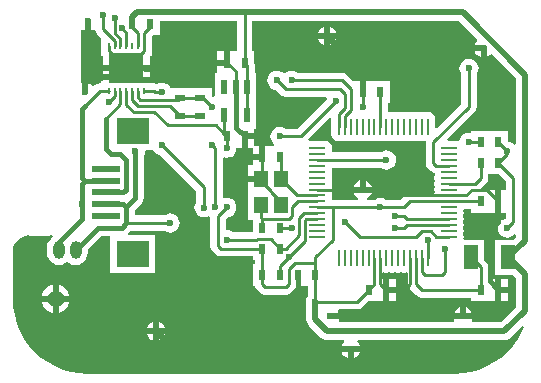
<source format=gbr>
%TF.GenerationSoftware,Altium Limited,Altium Designer,18.1.9 (240)*%
G04 Layer_Physical_Order=2*
G04 Layer_Color=16711680*
%FSLAX26Y26*%
%MOIN*%
%TF.FileFunction,Copper,L2,Bot,Signal*%
%TF.Part,Single*%
G01*
G75*
%TA.AperFunction,SMDPad,CuDef*%
%ADD11R,0.023622X0.035433*%
%ADD23R,0.035433X0.023622*%
%TA.AperFunction,Conductor*%
%ADD26C,0.020000*%
%ADD27C,0.015000*%
%ADD28C,0.010000*%
%TA.AperFunction,ViaPad*%
%ADD31C,0.055118*%
%ADD32C,0.023622*%
%TA.AperFunction,SMDPad,CuDef*%
%ADD33R,0.094488X0.023622*%
%ADD34R,0.110236X0.086614*%
%ADD35R,0.023622X0.050000*%
%ADD36R,0.023622X0.050000*%
%ADD37R,0.047244X0.078740*%
%ADD38O,0.039370X0.059055*%
%ADD39R,0.047244X0.055118*%
%ADD40O,0.057087X0.009842*%
%ADD41O,0.009842X0.057087*%
%ADD42R,0.009842X0.023622*%
%ADD43R,0.118110X0.102362*%
G36*
X285591Y1170498D02*
X291633Y1173001D01*
X294313Y1175057D01*
X295353Y1175025D01*
X299712Y1172897D01*
X301254Y1165148D01*
X306779Y1156878D01*
X319567Y1144090D01*
Y1086299D01*
X324488D01*
Y1053307D01*
X356299D01*
Y1033307D01*
X324488D01*
Y1000315D01*
X319567D01*
Y993994D01*
X314961D01*
X305206Y992053D01*
X296937Y986528D01*
X295123Y984715D01*
X290134Y985042D01*
X288436Y987255D01*
X281791Y992354D01*
X275748Y994857D01*
Y965342D01*
X274973Y964567D01*
X255748D01*
Y995157D01*
X251868Y997749D01*
Y1172591D01*
X256868Y1175057D01*
X259548Y1173001D01*
X265591Y1170498D01*
Y1200787D01*
X285591D01*
Y1170498D01*
D02*
G37*
G36*
X771754Y1100709D02*
X748189D01*
Y1062992D01*
X738189D01*
Y1052992D01*
X706378D01*
Y1027290D01*
X698529D01*
Y950960D01*
X693552Y946849D01*
X693529Y946849D01*
X687323Y953056D01*
Y976693D01*
X551063D01*
X549440Y980610D01*
X544341Y987255D01*
X537696Y992354D01*
X529958Y995559D01*
X521654Y996652D01*
X513349Y995559D01*
X505611Y992354D01*
X504719Y991669D01*
X504144Y992053D01*
X494389Y993994D01*
X487520D01*
Y1000315D01*
X482598D01*
Y1033307D01*
X450787D01*
Y1053307D01*
X482598D01*
Y1086299D01*
X487520D01*
Y1149921D01*
X491150Y1153228D01*
X514023D01*
Y1200056D01*
X771754D01*
Y1100709D01*
D02*
G37*
G36*
X1572093Y1139359D02*
X1571800Y1134892D01*
X1566701Y1128247D01*
X1564198Y1122205D01*
X1589244D01*
X1594488Y1116961D01*
Y1112205D01*
X1599244D01*
X1604488Y1106961D01*
Y1081915D01*
X1610531Y1084418D01*
X1617176Y1089517D01*
X1621642Y1089810D01*
X1702025Y1009427D01*
Y790657D01*
X1697025Y788960D01*
X1695916Y790404D01*
X1689271Y795503D01*
X1681533Y798709D01*
X1677792Y799201D01*
X1675512Y801481D01*
Y834961D01*
X1552835D01*
Y832126D01*
X1549075Y828829D01*
X1545276Y829330D01*
X1536971Y828236D01*
X1529233Y825031D01*
X1522588Y819932D01*
X1517489Y813287D01*
X1514283Y805548D01*
X1514280Y805519D01*
X1508749Y801816D01*
X1502953Y802968D01*
X1475471D01*
X1473557Y807588D01*
X1563300Y897330D01*
X1568825Y905600D01*
X1570765Y915354D01*
Y1024271D01*
X1573062Y1027264D01*
X1576268Y1035003D01*
X1577361Y1043307D01*
X1576268Y1051611D01*
X1573062Y1059350D01*
X1567964Y1065995D01*
X1561318Y1071094D01*
X1553580Y1074299D01*
X1545276Y1075393D01*
X1536971Y1074299D01*
X1529233Y1071094D01*
X1522588Y1065995D01*
X1517489Y1059350D01*
X1514283Y1051611D01*
X1513190Y1043307D01*
X1514283Y1035003D01*
X1517489Y1027264D01*
X1519786Y1024271D01*
Y925913D01*
X1437509Y843636D01*
X1432890Y845549D01*
Y873032D01*
X1430956Y882755D01*
X1425447Y890999D01*
X1417204Y896507D01*
X1407480Y898441D01*
X1397756Y896507D01*
X1397638Y896428D01*
X1397519Y896507D01*
X1387795Y898441D01*
X1378072Y896507D01*
X1377953Y896428D01*
X1377834Y896507D01*
X1368110Y898441D01*
X1358386Y896507D01*
X1358268Y896428D01*
X1358149Y896507D01*
X1348425Y898441D01*
X1338701Y896507D01*
X1338583Y896428D01*
X1338464Y896507D01*
X1328740Y898441D01*
X1319016Y896507D01*
X1318898Y896428D01*
X1318779Y896507D01*
X1309055Y898441D01*
X1299331Y896507D01*
X1299213Y896428D01*
X1299094Y896507D01*
X1289370Y898441D01*
X1280214Y896620D01*
X1275490Y899285D01*
Y926851D01*
X1281811D01*
Y1002284D01*
X1200945D01*
Y964567D01*
X1180945D01*
Y1002284D01*
X1159749D01*
X1140071Y1021961D01*
X1131802Y1027486D01*
X1122047Y1029427D01*
X973761D01*
X970767Y1031724D01*
X963029Y1034929D01*
X954724Y1036023D01*
X946420Y1034929D01*
X938682Y1031724D01*
X932037Y1026625D01*
X928200D01*
X921554Y1031724D01*
X913816Y1034929D01*
X905512Y1036023D01*
X897207Y1034929D01*
X889469Y1031724D01*
X882824Y1026625D01*
X877725Y1019980D01*
X874520Y1012241D01*
X873426Y1003937D01*
X874520Y995633D01*
X877725Y987894D01*
X882824Y981249D01*
X889469Y976150D01*
X897207Y972945D01*
X900948Y972452D01*
X917015Y956385D01*
X925285Y950860D01*
X935039Y948920D01*
X1069180D01*
X1071958Y944762D01*
X1071370Y943344D01*
X1070878Y939603D01*
X973694Y842419D01*
X934391D01*
X931397Y844716D01*
X923659Y847921D01*
X915354Y849015D01*
X907050Y847921D01*
X899312Y844716D01*
X892666Y839617D01*
X887567Y832972D01*
X884362Y825233D01*
X883269Y816929D01*
X884362Y808625D01*
X887567Y800886D01*
X892666Y794241D01*
X897218Y790748D01*
X895521Y785748D01*
X866299D01*
Y748032D01*
X856299D01*
Y738032D01*
X824488D01*
Y720788D01*
X808740D01*
Y683229D01*
X852362D01*
Y663229D01*
X808740D01*
Y625670D01*
Y539055D01*
X824488D01*
Y497931D01*
X757225D01*
X754232Y500228D01*
X746493Y503433D01*
X738189Y504526D01*
X737910Y504490D01*
X734151Y507786D01*
Y540623D01*
X742752Y549224D01*
X746493Y549716D01*
X754232Y552922D01*
X760877Y558021D01*
X765976Y564666D01*
X769181Y572404D01*
X770274Y580709D01*
X769181Y589013D01*
X765976Y596751D01*
X760877Y603397D01*
X754232Y608496D01*
X746493Y611701D01*
X738189Y612794D01*
X729885Y611701D01*
X728465Y611113D01*
X724307Y613891D01*
Y744377D01*
X728465Y747155D01*
X729885Y746567D01*
X738189Y745474D01*
X746493Y746567D01*
X754232Y749772D01*
X760877Y754871D01*
X765976Y761516D01*
X769181Y769255D01*
X770274Y777559D01*
X771725Y779213D01*
X787244D01*
Y816929D01*
X797244D01*
Y826929D01*
X829055D01*
Y842802D01*
X836955D01*
Y932294D01*
X836955Y932802D01*
X836955D01*
X836929Y937284D01*
X836929D01*
Y1027284D01*
X830608D01*
Y1055118D01*
X829055Y1062925D01*
Y1100709D01*
X822734D01*
Y1200056D01*
X1511396D01*
X1572093Y1139359D01*
D02*
G37*
G36*
X1086715Y876811D02*
Y849409D01*
X1086795Y849005D01*
Y825787D01*
X1088729Y816064D01*
X1094237Y807820D01*
X1102481Y802312D01*
X1112205Y800378D01*
X1121928Y802312D01*
X1122047Y802391D01*
X1122166Y802312D01*
X1131890Y800378D01*
X1141614Y802312D01*
X1141732Y802391D01*
X1141851Y802312D01*
X1151575Y800378D01*
X1161299Y802312D01*
X1161417Y802391D01*
X1161536Y802312D01*
X1171260Y800378D01*
X1180984Y802312D01*
X1181102Y802391D01*
X1181221Y802312D01*
X1190945Y800378D01*
X1200669Y802312D01*
X1200787Y802391D01*
X1200906Y802312D01*
X1210630Y800378D01*
X1220354Y802312D01*
X1220473Y802391D01*
X1220591Y802312D01*
X1230315Y800378D01*
X1240039Y802312D01*
X1240158Y802391D01*
X1240276Y802312D01*
X1250000Y800378D01*
X1259724Y802312D01*
X1259842Y802391D01*
X1259961Y802312D01*
X1269685Y800378D01*
X1279409Y802312D01*
X1279527Y802391D01*
X1279646Y802312D01*
X1289370Y800378D01*
X1299094Y802312D01*
X1299213Y802391D01*
X1299331Y802312D01*
X1309055Y800378D01*
X1318779Y802312D01*
X1318898Y802391D01*
X1319016Y802312D01*
X1328740Y800378D01*
X1338464Y802312D01*
X1338583Y802391D01*
X1338701Y802312D01*
X1348425Y800378D01*
X1358149Y802312D01*
X1358268Y802391D01*
X1358386Y802312D01*
X1368110Y800378D01*
X1377834Y802312D01*
X1377953Y802391D01*
X1378072Y802312D01*
X1387795Y800378D01*
X1397519Y802312D01*
X1397612Y802374D01*
X1397688Y802358D01*
X1397756Y802312D01*
X1400095Y801847D01*
X1402490Y801339D01*
X1401676Y797244D01*
Y728346D01*
X1403616Y718592D01*
X1409141Y710322D01*
X1418984Y700480D01*
X1427253Y694955D01*
X1431225Y694164D01*
X1432233Y689095D01*
X1432313Y688976D01*
X1432233Y688858D01*
X1430299Y679134D01*
X1432233Y669410D01*
X1432313Y669291D01*
X1432233Y669173D01*
X1430299Y659449D01*
X1432233Y649725D01*
X1432313Y649606D01*
X1432233Y649488D01*
X1430299Y639764D01*
X1432120Y630607D01*
X1429455Y625884D01*
X1348425D01*
X1338671Y623943D01*
X1330401Y618418D01*
X1318182Y606198D01*
X1269036D01*
X1266043Y608496D01*
X1258304Y611701D01*
X1250000Y612794D01*
X1241696Y611701D01*
X1233957Y608496D01*
X1230964Y606198D01*
X1206103D01*
X1205109Y611198D01*
X1206988Y611977D01*
X1213633Y617076D01*
X1218732Y623721D01*
X1221235Y629764D01*
X1160655D01*
X1163158Y623721D01*
X1168257Y617076D01*
X1174902Y611977D01*
X1176781Y611198D01*
X1175787Y606198D01*
X1090230D01*
X1087564Y610922D01*
X1089386Y620079D01*
X1087452Y629803D01*
X1087372Y629921D01*
X1087452Y630040D01*
X1089386Y639764D01*
X1087452Y649488D01*
X1087372Y649606D01*
X1087452Y649725D01*
X1089386Y659449D01*
X1087452Y669173D01*
X1087372Y669291D01*
X1087452Y669410D01*
X1089386Y679134D01*
X1087452Y688858D01*
X1087372Y688976D01*
X1087452Y689095D01*
X1089386Y698819D01*
X1087564Y707975D01*
X1090230Y712699D01*
X1250649D01*
X1253642Y710402D01*
X1261381Y707197D01*
X1269685Y706104D01*
X1277989Y707197D01*
X1285728Y710402D01*
X1292373Y715501D01*
X1297472Y722146D01*
X1300677Y729885D01*
X1301771Y738189D01*
X1300677Y746493D01*
X1297472Y754232D01*
X1292373Y760877D01*
X1285728Y765976D01*
X1277989Y769181D01*
X1269685Y770274D01*
X1261381Y769181D01*
X1253642Y765976D01*
X1250649Y763679D01*
X1090230D01*
X1087564Y768403D01*
X1089386Y777559D01*
X1087452Y787283D01*
X1081944Y795526D01*
X1073700Y801034D01*
X1063976Y802968D01*
X1016732D01*
X1012586Y802144D01*
X1010122Y806752D01*
X1082095Y878725D01*
X1086715Y876811D01*
D02*
G37*
G36*
X1667424Y668576D02*
Y638110D01*
X1653701D01*
Y600394D01*
Y562677D01*
X1667424D01*
Y543132D01*
X1664924Y542803D01*
X1657186Y539598D01*
X1650540Y534499D01*
X1645441Y527854D01*
X1642236Y520115D01*
X1641143Y511811D01*
X1642236Y503507D01*
X1645441Y495768D01*
X1650540Y489123D01*
X1657186Y484024D01*
X1664924Y480819D01*
X1673228Y479726D01*
X1681533Y480819D01*
X1689271Y484024D01*
X1695916Y489123D01*
X1697025Y490567D01*
X1702025Y488870D01*
Y481038D01*
X1693743Y472756D01*
X1633543D01*
Y354016D01*
X1693743D01*
X1702025Y345734D01*
Y248754D01*
X1650852Y197582D01*
X1556999D01*
X1554243Y202582D01*
X1555880Y206535D01*
X1495301D01*
X1496938Y202582D01*
X1494182Y197582D01*
X1114086D01*
X1111329Y202582D01*
X1112967Y206535D01*
X1082677D01*
Y226535D01*
X1112967D01*
X1110464Y232578D01*
X1108408Y235258D01*
X1110873Y240258D01*
X1171260D01*
X1181014Y242198D01*
X1189284Y247724D01*
X1208961Y267402D01*
X1259685D01*
Y305118D01*
Y342835D01*
X1255805D01*
Y360557D01*
X1260529Y363223D01*
X1269685Y361402D01*
X1279409Y363336D01*
X1279527Y363415D01*
X1279646Y363336D01*
X1289370Y361402D01*
X1299094Y363336D01*
X1299213Y363415D01*
X1299331Y363336D01*
X1309055Y361402D01*
X1318779Y363336D01*
X1318898Y363415D01*
X1319016Y363336D01*
X1328740Y361402D01*
X1337897Y363223D01*
X1342620Y360557D01*
Y324803D01*
X1344561Y315049D01*
X1350086Y306779D01*
X1369771Y287094D01*
X1378041Y281569D01*
X1387795Y279628D01*
X1552835D01*
Y267402D01*
X1633701D01*
Y305118D01*
Y342835D01*
X1610135D01*
Y379921D01*
X1608195Y389676D01*
X1602670Y397945D01*
X1594803Y405812D01*
Y472756D01*
X1530408D01*
X1527236Y476621D01*
X1528362Y482284D01*
X1526428Y492007D01*
X1526349Y492126D01*
X1526428Y492245D01*
X1528362Y501969D01*
X1526428Y511692D01*
X1526349Y511811D01*
X1526428Y511930D01*
X1528362Y521654D01*
X1526428Y531377D01*
X1526349Y531496D01*
X1526428Y531615D01*
X1528362Y541339D01*
X1526428Y551062D01*
X1526349Y551181D01*
X1526428Y551300D01*
X1528362Y561024D01*
X1526541Y570180D01*
X1529207Y574904D01*
X1552835D01*
Y562677D01*
X1633701D01*
Y600394D01*
Y638110D01*
X1586741D01*
X1584670Y643110D01*
X1602670Y661110D01*
X1608195Y669379D01*
X1610135Y679134D01*
Y690630D01*
X1645369D01*
X1667424Y668576D01*
D02*
G37*
G36*
X498966Y764714D02*
X505611Y759615D01*
X513349Y756409D01*
X517090Y755917D01*
X636818Y636189D01*
Y598206D01*
X634521Y595212D01*
X631316Y587474D01*
X630223Y579169D01*
X631316Y570865D01*
X634521Y563127D01*
X639620Y556481D01*
X646265Y551382D01*
X654004Y548177D01*
X662308Y547084D01*
X670612Y548177D01*
X678351Y551382D01*
X683172Y548779D01*
Y452756D01*
X685112Y443001D01*
X690637Y434732D01*
X700480Y424889D01*
X708749Y419364D01*
X718504Y417424D01*
X824488D01*
Y405197D01*
X830809D01*
Y392047D01*
X824488D01*
Y316614D01*
X832438D01*
X832750Y315049D01*
X838275Y306779D01*
X848118Y296937D01*
X856387Y291411D01*
X866142Y289471D01*
X935039D01*
X944794Y291411D01*
X953063Y296937D01*
X962906Y306779D01*
X968431Y315049D01*
X968743Y316614D01*
X968745D01*
X970374Y324803D01*
Y354331D01*
X984410D01*
Y316614D01*
X1007975D01*
Y284784D01*
X1005678Y281791D01*
X1002472Y274052D01*
X1001379Y265748D01*
X1002472Y257444D01*
X1003206Y255673D01*
Y206693D01*
X1004237Y198861D01*
X1007260Y191563D01*
X1012068Y185297D01*
X1051438Y145927D01*
X1057705Y141118D01*
X1065003Y138095D01*
X1072835Y137064D01*
X1128634D01*
X1130331Y132064D01*
X1128887Y130956D01*
X1123788Y124310D01*
X1121285Y118268D01*
X1181865D01*
X1179362Y124310D01*
X1174263Y130956D01*
X1172818Y132064D01*
X1174516Y137064D01*
X1663386D01*
X1671217Y138095D01*
X1678515Y141118D01*
X1684782Y145927D01*
X1723801Y184945D01*
X1728039Y182113D01*
X1721742Y166909D01*
X1708155Y142325D01*
X1691900Y119416D01*
X1673182Y98471D01*
X1652238Y79754D01*
X1629329Y63499D01*
X1604744Y49912D01*
X1578793Y39162D01*
X1551801Y31386D01*
X1524108Y26681D01*
X1497568Y25190D01*
X1496063Y25490D01*
X280549Y25490D01*
X280540Y25490D01*
X275591Y25490D01*
Y25490D01*
X270634Y25384D01*
X247545Y26681D01*
X219852Y31386D01*
X192861Y39162D01*
X166909Y49912D01*
X142325Y63499D01*
X119416Y79754D01*
X98471Y98471D01*
X79754Y119416D01*
X63499Y142325D01*
X49912Y166909D01*
X39162Y192861D01*
X31386Y219852D01*
X26681Y247545D01*
X25191Y274085D01*
X25490Y275591D01*
Y433071D01*
X25220Y434430D01*
X26870Y446969D01*
X32235Y459921D01*
X40769Y471042D01*
X51890Y479576D01*
X64842Y484941D01*
X77381Y486592D01*
X78740Y486321D01*
X147638D01*
X149044Y486601D01*
X155463Y487106D01*
X158075Y482296D01*
X156555Y480315D01*
X150830Y475922D01*
X144469Y467632D01*
X140470Y457979D01*
X139106Y447619D01*
Y427934D01*
X140470Y417574D01*
X144469Y407920D01*
X150830Y399630D01*
X159120Y393269D01*
X168774Y389270D01*
X179134Y387906D01*
X189494Y389270D01*
X199148Y393269D01*
X206693Y399059D01*
X214238Y393269D01*
X223892Y389270D01*
X234252Y387906D01*
X244612Y389270D01*
X254266Y393269D01*
X262556Y399630D01*
X268917Y407920D01*
X272916Y417574D01*
X274279Y427934D01*
Y438577D01*
X319777Y484074D01*
X350079D01*
Y361890D01*
X500315D01*
Y488504D01*
X410266D01*
X408420Y493504D01*
X417280Y502364D01*
X530404D01*
X533398Y500067D01*
X541136Y496862D01*
X549440Y495768D01*
X557745Y496862D01*
X565483Y500067D01*
X572128Y505166D01*
X577227Y511811D01*
X580433Y519549D01*
X581526Y527854D01*
X580433Y536158D01*
X577227Y543897D01*
X572128Y550542D01*
X565483Y555641D01*
X557745Y558846D01*
X549440Y559939D01*
X541136Y558846D01*
X533398Y555641D01*
X530404Y553344D01*
X431281D01*
Y569220D01*
X452684Y590623D01*
X457092Y596368D01*
X459863Y603057D01*
X460808Y610236D01*
Y751609D01*
X460858Y751674D01*
X464063Y759412D01*
X465156Y767716D01*
X468333Y771339D01*
X493882D01*
X498966Y764714D01*
D02*
G37*
%LPC*%
G36*
X728189Y1100709D02*
X706378D01*
Y1072992D01*
X728189D01*
Y1100709D01*
D02*
G37*
G36*
X1082835Y1181865D02*
Y1161575D01*
X1103124D01*
X1100621Y1167618D01*
X1095523Y1174263D01*
X1088877Y1179362D01*
X1082835Y1181865D01*
D02*
G37*
G36*
X1062835D02*
X1056792Y1179362D01*
X1050147Y1174263D01*
X1045048Y1167618D01*
X1042545Y1161575D01*
X1062835D01*
Y1181865D01*
D02*
G37*
G36*
X1103124Y1141575D02*
X1082835D01*
Y1121285D01*
X1088877Y1123788D01*
X1095523Y1128887D01*
X1100621Y1135532D01*
X1103124Y1141575D01*
D02*
G37*
G36*
X1062835D02*
X1042545D01*
X1045048Y1135532D01*
X1050147Y1128887D01*
X1056792Y1123788D01*
X1062835Y1121285D01*
Y1141575D01*
D02*
G37*
G36*
X1584488Y1102205D02*
X1564198D01*
X1566701Y1096162D01*
X1571800Y1089517D01*
X1578446Y1084418D01*
X1584488Y1081915D01*
Y1102205D01*
D02*
G37*
G36*
X829055Y806929D02*
X807244D01*
Y779213D01*
X824488D01*
Y758032D01*
X846299D01*
Y785748D01*
X829055D01*
Y806929D01*
D02*
G37*
G36*
X1200945Y670054D02*
Y649764D01*
X1221235D01*
X1218732Y655807D01*
X1213633Y662452D01*
X1206988Y667551D01*
X1200945Y670054D01*
D02*
G37*
G36*
X1180945D02*
X1174902Y667551D01*
X1168257Y662452D01*
X1163158Y655807D01*
X1160655Y649764D01*
X1180945D01*
Y670054D01*
D02*
G37*
G36*
X1675512Y342835D02*
X1653701D01*
Y315118D01*
X1675512D01*
Y342835D01*
D02*
G37*
G36*
X1301496D02*
X1279685D01*
Y315118D01*
X1301496D01*
Y342835D01*
D02*
G37*
G36*
X1675512Y295118D02*
X1653701D01*
Y267402D01*
X1675512D01*
Y295118D01*
D02*
G37*
G36*
X1301496D02*
X1279685D01*
Y267402D01*
X1301496D01*
Y295118D01*
D02*
G37*
G36*
X1535591Y246825D02*
Y226535D01*
X1555880D01*
X1553378Y232578D01*
X1548278Y239223D01*
X1541633Y244322D01*
X1535591Y246825D01*
D02*
G37*
G36*
X1515591D02*
X1509548Y244322D01*
X1502903Y239223D01*
X1497804Y232578D01*
X1495301Y226535D01*
X1515591D01*
Y246825D01*
D02*
G37*
G36*
X177323Y322243D02*
Y285591D01*
X213976D01*
X213658Y288006D01*
X208865Y299575D01*
X201242Y309510D01*
X191308Y317133D01*
X179738Y321925D01*
X177323Y322243D01*
D02*
G37*
G36*
X157323D02*
X154907Y321925D01*
X143338Y317133D01*
X133403Y309510D01*
X125780Y299575D01*
X120988Y288006D01*
X120670Y285591D01*
X157323D01*
Y322243D01*
D02*
G37*
G36*
X213976Y265591D02*
X177323D01*
Y228938D01*
X179738Y229256D01*
X191308Y234048D01*
X201242Y241671D01*
X208865Y251606D01*
X213658Y263175D01*
X213976Y265591D01*
D02*
G37*
G36*
X157323D02*
X120670D01*
X120988Y263175D01*
X125780Y251606D01*
X133403Y241671D01*
X143338Y234048D01*
X154907Y229256D01*
X157323Y228938D01*
Y265591D01*
D02*
G37*
G36*
X511969Y197613D02*
Y177323D01*
X532258D01*
X529755Y183366D01*
X524656Y190011D01*
X518011Y195110D01*
X511969Y197613D01*
D02*
G37*
G36*
X491969D02*
X485926Y195110D01*
X479281Y190011D01*
X474182Y183366D01*
X471679Y177323D01*
X491969D01*
Y197613D01*
D02*
G37*
G36*
X532258Y157323D02*
X511969D01*
Y137033D01*
X518011Y139536D01*
X524656Y144635D01*
X529755Y151280D01*
X532258Y157323D01*
D02*
G37*
G36*
X491969D02*
X471679D01*
X474182Y151280D01*
X479281Y144635D01*
X485926Y139536D01*
X491969Y137033D01*
Y157323D01*
D02*
G37*
G36*
X1181865Y98268D02*
X1161575D01*
Y77978D01*
X1167618Y80481D01*
X1174263Y85580D01*
X1179362Y92225D01*
X1181865Y98268D01*
D02*
G37*
G36*
X1141575D02*
X1121285D01*
X1123788Y92225D01*
X1128887Y85580D01*
X1135532Y80481D01*
X1141575Y77978D01*
Y98268D01*
D02*
G37*
%LPD*%
D11*
X738189Y816929D02*
D03*
X797244D02*
D03*
Y1062992D02*
D03*
X738189D02*
D03*
X1269685Y305118D02*
D03*
X1210630D02*
D03*
X423156Y1190945D02*
D03*
X482212D02*
D03*
X1643701Y797244D02*
D03*
X1584646D02*
D03*
Y728346D02*
D03*
X1643701D02*
D03*
X915354Y354331D02*
D03*
X856299D02*
D03*
X915354Y442913D02*
D03*
X856299D02*
D03*
X974409Y354331D02*
D03*
X1033465D02*
D03*
X1643701Y600394D02*
D03*
X1584646D02*
D03*
X1643701Y305118D02*
D03*
X1584646D02*
D03*
X915354Y748032D02*
D03*
X856299D02*
D03*
X915354Y511811D02*
D03*
X856299D02*
D03*
X1190945Y964567D02*
D03*
X1250000D02*
D03*
D23*
X580709Y885827D02*
D03*
Y944882D02*
D03*
X649606D02*
D03*
Y885827D02*
D03*
D26*
X267286Y1013779D02*
X442913D01*
X423156Y1190945D02*
Y1216064D01*
X437407Y1230315D02*
X1523929D01*
X423156Y1216064D02*
X437407Y1230315D01*
X1523929D02*
X1732284Y1021961D01*
Y468504D02*
Y1021961D01*
X452756Y1003937D02*
X679134D01*
X265748Y964567D02*
Y1012241D01*
X442913Y1013779D02*
X452756Y1003937D01*
X265748Y1012241D02*
X267286Y1013779D01*
X501969Y167323D02*
X561024Y108268D01*
X974409D01*
X1190945Y964567D02*
Y1033465D01*
X1072835Y1151575D02*
X1190945Y1033465D01*
X974409Y108268D02*
X1151575D01*
X1677165Y413386D02*
X1732284Y468504D01*
X1033465Y206693D02*
Y265748D01*
Y206693D02*
X1072835Y167323D01*
X1663386D01*
X1732284Y236220D01*
Y358268D01*
X1677165Y413386D02*
X1732284Y358268D01*
X698819Y1062992D02*
X738189D01*
X688976Y1053150D02*
X698819Y1062992D01*
X688976Y1013779D02*
Y1053150D01*
X679134Y1003937D02*
X688976Y1013779D01*
D27*
X255905Y590551D02*
Y659449D01*
Y541339D02*
Y590551D01*
X334646Y773917D02*
Y875984D01*
Y773917D02*
X350688Y757874D01*
X383858D01*
X255905Y909449D02*
X265748Y919291D01*
X255905Y679134D02*
Y909449D01*
X387501Y511812D02*
X403543Y527854D01*
X308287Y511812D02*
X387501D01*
X234252Y437776D02*
X308287Y511812D01*
X403543Y527854D02*
Y580709D01*
X179134Y437776D02*
Y464567D01*
X1525591Y216535D02*
X1614173D01*
X1299213D02*
X1525591D01*
X1643701Y600394D02*
X1643701Y600394D01*
Y531496D02*
Y600394D01*
X1614173Y501968D02*
X1643701Y531496D01*
X1614173Y334646D02*
Y501968D01*
Y334646D02*
X1643701Y305118D01*
Y246063D02*
Y305118D01*
X1614173Y216535D02*
X1643701Y246063D01*
X1269685Y246063D02*
X1299213Y216535D01*
X974409Y108268D02*
Y354331D01*
X1269685Y246063D02*
Y305118D01*
X1240157Y216535D02*
X1269685Y246063D01*
X1082677Y216535D02*
X1240157D01*
X856299Y748032D02*
Y797245D01*
X836614Y816929D02*
X856299Y797245D01*
X797244Y816929D02*
X836614D01*
X767742Y846431D02*
X797244Y816929D01*
X767742Y846431D02*
Y982290D01*
X403543Y580709D02*
X433071Y610236D01*
Y767716D01*
X383858Y757874D02*
X403543Y738189D01*
Y639764D02*
Y738189D01*
X393701Y629921D02*
X403543Y639764D01*
X334646Y629921D02*
X393701D01*
X255905Y679134D02*
X265748Y669291D01*
X334646D01*
X255905Y659449D02*
X265748Y669291D01*
X179134Y464567D02*
X255905Y541339D01*
X334646Y590551D02*
X393701D01*
X403543Y580709D01*
D28*
Y527854D02*
X549440D01*
X662308Y579169D02*
Y646747D01*
X521654Y787402D02*
X662308Y646747D01*
X698817Y580707D02*
Y777561D01*
X688976Y787402D02*
X698817Y777561D01*
X388858Y1173653D02*
Y1177509D01*
Y1177933D01*
Y1177509D02*
X403543Y1162824D01*
Y1118110D02*
Y1162824D01*
X423228Y1181102D02*
X442913Y1161417D01*
X797244Y1062992D02*
Y1220472D01*
X364173Y1161417D02*
X383858Y1141732D01*
Y1118110D02*
Y1141732D01*
X364173Y1118110D02*
Y1135532D01*
X324803Y1174902D02*
X364173Y1135532D01*
Y1161417D02*
Y1210630D01*
X324803Y1174902D02*
Y1220472D01*
X442913Y1118110D02*
Y1161417D01*
X462598Y1118110D02*
Y1161417D01*
X482284Y1181102D01*
X344488Y1102362D02*
X403543Y1043307D01*
X344488Y1102362D02*
Y1118110D01*
X403543Y1043307D02*
X462598Y1102362D01*
Y1118110D01*
X730341Y824778D02*
X738189Y816929D01*
X701102Y854016D02*
X730341Y824778D01*
X403543Y922294D02*
Y968504D01*
Y922294D02*
X427397Y898441D01*
X423228Y936693D02*
X440630Y919291D01*
X423228Y936693D02*
Y968504D01*
X427397Y898441D02*
X496639D01*
X334646Y875984D02*
X383858Y925197D01*
X344488Y932294D02*
X364173Y951979D01*
X496639Y898441D02*
X541064Y854016D01*
X440630Y919291D02*
X547244D01*
X450160Y939603D02*
X575429D01*
X442913Y946849D02*
X450160Y939603D01*
X541064Y854016D02*
X701102D01*
X547244Y919291D02*
X580709Y885827D01*
X442913Y946849D02*
Y968504D01*
X575429Y939603D02*
X580709Y944882D01*
X498326Y964567D02*
X521654D01*
X494389Y968504D02*
X498326Y964567D01*
X462598Y968504D02*
X494389D01*
X383858Y925197D02*
Y968504D01*
X364173Y951979D02*
Y968504D01*
X314961D02*
X344488D01*
X265748Y919291D02*
X314961Y968504D01*
X1040354Y738189D02*
X1269685D01*
X738189Y816929D02*
X738189Y816929D01*
Y777559D02*
Y816929D01*
X915354Y816929D02*
X984252D01*
X1102362Y935039D01*
X1112205Y849409D02*
Y891173D01*
X1131890Y910858D01*
Y958047D01*
X1115527Y974409D02*
X1131890Y958047D01*
X935039Y974409D02*
X1115527D01*
X1122047Y1003937D02*
X1151575Y974409D01*
Y905266D02*
Y974409D01*
X1131890Y849409D02*
Y885581D01*
X1151575Y905266D01*
X1131890Y531496D02*
Y531496D01*
Y531496D02*
X1181102Y482284D01*
X1368110D01*
X1387795Y501969D01*
X1417323D01*
X1437008Y482284D01*
X1479331D01*
X1407480Y410433D02*
Y472441D01*
X1338583Y541339D02*
X1479331D01*
X1328740Y551181D02*
X1338583Y541339D01*
X1299213Y551181D02*
X1328740D01*
X1338583Y521654D02*
X1427166D01*
X1328740Y511811D02*
X1338583Y521654D01*
X1299213Y511811D02*
X1328740D01*
X1033465Y265748D02*
X1171260D01*
X1210630Y305118D01*
X979409Y487283D02*
Y546338D01*
X935039Y442913D02*
X979409Y487283D01*
X915354Y442913D02*
X935039D01*
X1348425Y600394D02*
X1479331D01*
X1328740Y580709D02*
X1348425Y600394D01*
X1250000Y580709D02*
X1328740D01*
X1545276Y797244D02*
X1545276Y797244D01*
X1584646D01*
X1545276Y915354D02*
Y1043307D01*
X1427165Y797244D02*
X1545276Y915354D01*
X1427165Y728346D02*
Y797244D01*
Y728346D02*
X1437008Y718504D01*
X1479331D01*
X1466535Y364173D02*
Y442913D01*
X1456693Y354331D02*
X1466535Y364173D01*
X1397638Y354331D02*
X1456693D01*
X1387795Y364173D02*
X1397638Y354331D01*
X1387795Y364173D02*
Y410433D01*
X1190945Y639764D02*
X1250000D01*
X1040354D02*
X1190945D01*
X1190945Y915354D02*
X1190945Y915354D01*
X1190945Y915354D02*
Y964567D01*
X718504Y442913D02*
X856299D01*
X708661Y452756D02*
X718504Y442913D01*
X708661Y452756D02*
Y551181D01*
X738189Y580709D01*
Y472441D02*
X838093D01*
X1033465Y393701D02*
Y413386D01*
Y354331D02*
Y393701D01*
X856299Y324803D02*
Y354331D01*
Y324803D02*
X866142Y314961D01*
X935039D01*
X944882Y324803D01*
Y374016D01*
X964567Y393701D01*
X1033465D01*
Y265748D02*
Y354331D01*
X915354Y383858D02*
X944882Y413386D01*
X915354Y354331D02*
Y383858D01*
X944882Y413386D02*
X998937Y467441D01*
X1269685Y305118D02*
X1269685Y305118D01*
X1328740D01*
X1348425Y324803D01*
Y410433D01*
X1479331Y620079D02*
X1479331Y620079D01*
X1269685Y620079D02*
X1479331D01*
X1250000Y639764D02*
X1269685Y620079D01*
X649606Y944882D02*
X659449D01*
X688976Y915354D01*
X979409Y546338D02*
X994095Y561024D01*
X1427165Y521654D02*
X1427166Y521654D01*
X1479331D01*
X1673228Y757874D02*
Y767716D01*
X1643701Y728346D02*
X1673228Y757874D01*
Y767716D02*
Y767717D01*
X1643701Y797244D02*
X1673228Y767717D01*
X1643701Y728346D02*
X1692913Y679134D01*
Y531496D02*
Y679134D01*
X1673228Y511811D02*
X1692913Y531496D01*
X1040354Y580709D02*
X1092520D01*
Y472441D02*
Y580709D01*
X1033465Y413386D02*
X1092520Y472441D01*
Y580709D02*
X1250000D01*
X915354Y748032D02*
X919291Y744095D01*
Y673229D02*
Y744095D01*
X805144Y887802D02*
Y982258D01*
X856299Y354331D02*
Y442913D01*
X954724Y511811D02*
X954724Y511811D01*
X915354Y511811D02*
X954724D01*
X838093Y472441D02*
X839156Y473504D01*
X884764D01*
X915354Y442913D01*
X1479331Y718504D02*
X1479331Y718504D01*
X1643701Y600394D02*
X1643701D01*
X1604331Y639764D02*
X1643701Y600394D01*
X1555118Y639764D02*
X1604331D01*
X1535433Y620079D02*
X1555118Y639764D01*
X1479331Y620079D02*
X1535433D01*
X1479331Y600394D02*
X1584646D01*
X1479331Y659449D02*
X1564961D01*
X1584646Y679134D01*
Y728346D01*
Y305118D02*
Y379921D01*
X1551181Y413386D02*
X1584646Y379921D01*
X1368110Y324803D02*
Y410433D01*
Y324803D02*
X1387795Y305118D01*
X1584646D01*
X1250000Y324803D02*
X1269685Y305118D01*
X1250000Y324803D02*
Y410433D01*
X1210630Y305118D02*
X1230315Y324803D01*
Y410433D01*
X1002702Y541339D02*
X1040354D01*
X998937Y537574D02*
X1002702Y541339D01*
X998937Y467441D02*
Y537574D01*
X955787Y552244D02*
Y581771D01*
X944882Y541339D02*
X955787Y552244D01*
X933561Y541339D02*
X944882D01*
X932497Y542402D02*
X933561Y541339D01*
X857362Y542402D02*
X932497D01*
X856299Y541339D02*
X857362Y542402D01*
X994095Y561024D02*
X1040354D01*
X856299Y511811D02*
X856299Y511812D01*
Y541339D01*
X852362Y545276D02*
Y586614D01*
Y545276D02*
X856299Y541339D01*
X955787Y581771D02*
X974409Y600394D01*
X1040354D01*
X919291Y673229D02*
X972441Y620079D01*
X1040354D01*
X919291Y586614D02*
Y596457D01*
X885827Y629921D02*
X919291Y596457D01*
X885827Y629921D02*
Y634273D01*
X852362Y667738D02*
X885827Y634273D01*
X852362Y667738D02*
Y673229D01*
X856299Y677166D01*
Y748032D01*
X738189Y1062992D02*
X767742Y1033439D01*
Y982290D02*
Y1033439D01*
X797244Y1062992D02*
X805118Y1055118D01*
Y982284D02*
Y1055118D01*
Y982284D02*
X805144Y982258D01*
X730341Y824778D02*
Y887802D01*
X1250000Y849409D02*
Y964567D01*
X488189Y1039370D02*
X501969Y1053150D01*
X462598Y1039370D02*
X488189D01*
X905512Y1003937D02*
X935039Y974409D01*
X954724Y1003937D02*
X1122047D01*
X580709Y885827D02*
X649606D01*
X580709Y944882D02*
X649606D01*
D31*
X167323Y275591D02*
D03*
D32*
X549440Y527854D02*
D03*
X255905Y590551D02*
D03*
X662308Y579169D02*
D03*
X698817Y580707D02*
D03*
X388858Y1177933D02*
D03*
X364173Y1210630D02*
D03*
X344488Y932294D02*
D03*
X521654Y964567D02*
D03*
X265748D02*
D03*
X324803Y1220472D02*
D03*
X433071Y767716D02*
D03*
X1269685Y738189D02*
D03*
X1545276Y797244D02*
D03*
X738189Y777559D02*
D03*
X915354Y816929D02*
D03*
X1102362Y935039D02*
D03*
X1131890Y531496D02*
D03*
X1407480Y472441D02*
D03*
X1299213Y551181D02*
D03*
Y511811D02*
D03*
X1594488Y1112205D02*
D03*
X275591Y1200787D02*
D03*
X1250000Y580709D02*
D03*
X1466535Y442913D02*
D03*
X1525591Y216535D02*
D03*
X1190945Y639764D02*
D03*
Y915354D02*
D03*
X1072835Y1151575D02*
D03*
X738189Y580709D02*
D03*
Y472441D02*
D03*
X1082677Y216535D02*
D03*
X1151575Y108268D02*
D03*
X501969Y167323D02*
D03*
X944882Y413386D02*
D03*
X688976Y915354D02*
D03*
Y787402D02*
D03*
X521654D02*
D03*
X1673228Y767716D02*
D03*
Y511811D02*
D03*
X1033465Y265748D02*
D03*
X1545276Y1043307D02*
D03*
X954724Y511811D02*
D03*
X905512Y1003937D02*
D03*
X954724D02*
D03*
X403543Y1043307D02*
D03*
Y1003937D02*
D03*
Y1082677D02*
D03*
X450787Y1043307D02*
D03*
X356299D02*
D03*
D33*
X334646Y590551D02*
D03*
Y629921D02*
D03*
Y669291D02*
D03*
Y708662D02*
D03*
Y551181D02*
D03*
D34*
X425197Y834646D02*
D03*
Y425197D02*
D03*
D35*
X805118Y982284D02*
D03*
X767742Y982290D02*
D03*
X730341D02*
D03*
D36*
X805144Y887802D02*
D03*
X730341D02*
D03*
D37*
X1677165Y413386D02*
D03*
X1551181D02*
D03*
D38*
X234252Y437776D02*
D03*
X179134D02*
D03*
D39*
X852362Y673229D02*
D03*
Y586614D02*
D03*
X919291D02*
D03*
Y673229D02*
D03*
D40*
X1479331Y777559D02*
D03*
Y757874D02*
D03*
Y738189D02*
D03*
Y718504D02*
D03*
Y698819D02*
D03*
Y679134D02*
D03*
Y659449D02*
D03*
Y639764D02*
D03*
Y620079D02*
D03*
Y600394D02*
D03*
Y580709D02*
D03*
Y561024D02*
D03*
Y541339D02*
D03*
Y521654D02*
D03*
Y501969D02*
D03*
Y482284D02*
D03*
X1040354D02*
D03*
Y501969D02*
D03*
Y521654D02*
D03*
Y541339D02*
D03*
Y561024D02*
D03*
Y580709D02*
D03*
Y600394D02*
D03*
Y620079D02*
D03*
Y639764D02*
D03*
Y659449D02*
D03*
Y679134D02*
D03*
Y698819D02*
D03*
Y718504D02*
D03*
Y738189D02*
D03*
Y757874D02*
D03*
Y777559D02*
D03*
D41*
X1407480Y410433D02*
D03*
X1387795D02*
D03*
X1368110D02*
D03*
X1348425D02*
D03*
X1328740D02*
D03*
X1309055D02*
D03*
X1289370D02*
D03*
X1269685D02*
D03*
X1250000D02*
D03*
X1230315D02*
D03*
X1210630D02*
D03*
X1190945D02*
D03*
X1171260D02*
D03*
X1151575D02*
D03*
X1131890D02*
D03*
X1112205D02*
D03*
Y849409D02*
D03*
X1131890D02*
D03*
X1151575D02*
D03*
X1171260D02*
D03*
X1190945D02*
D03*
X1210630D02*
D03*
X1230315D02*
D03*
X1250000D02*
D03*
X1269685D02*
D03*
X1289370D02*
D03*
X1309055D02*
D03*
X1328740D02*
D03*
X1348425D02*
D03*
X1368110D02*
D03*
X1387795D02*
D03*
X1407480D02*
D03*
D42*
X344488Y1118110D02*
D03*
X364173D02*
D03*
X383858D02*
D03*
X403543D02*
D03*
X423228D02*
D03*
X442913D02*
D03*
X462598D02*
D03*
Y968504D02*
D03*
X442913D02*
D03*
X423228D02*
D03*
X403543D02*
D03*
X383858D02*
D03*
X364173D02*
D03*
X344488D02*
D03*
D43*
X403543Y1043307D02*
D03*
%TF.MD5,782af570874303305ea83d5349898dbc*%
M02*

</source>
